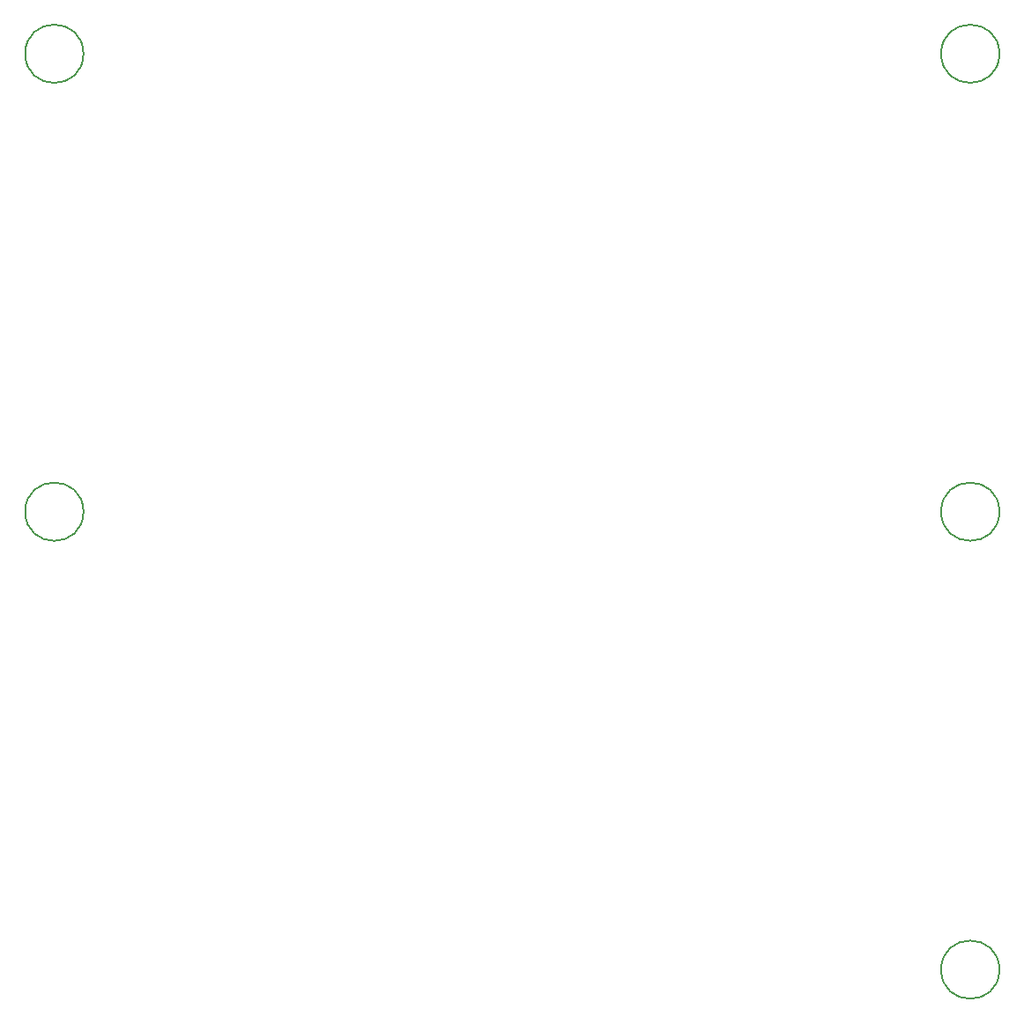
<source format=gbr>
%TF.GenerationSoftware,KiCad,Pcbnew,8.0.3*%
%TF.CreationDate,2024-07-08T19:31:20+01:00*%
%TF.ProjectId,PA_Power,50415f50-6f77-4657-922e-6b696361645f,rev?*%
%TF.SameCoordinates,Original*%
%TF.FileFunction,Other,Comment*%
%FSLAX46Y46*%
G04 Gerber Fmt 4.6, Leading zero omitted, Abs format (unit mm)*
G04 Created by KiCad (PCBNEW 8.0.3) date 2024-07-08 19:31:20*
%MOMM*%
%LPD*%
G01*
G04 APERTURE LIST*
%ADD10C,0.150000*%
G04 APERTURE END LIST*
D10*
%TO.C,H5*%
X121800000Y-70000000D02*
G75*
G02*
X116200000Y-70000000I-2800000J0D01*
G01*
X116200000Y-70000000D02*
G75*
G02*
X121800000Y-70000000I2800000J0D01*
G01*
%TO.C,H2*%
X33800000Y-70000000D02*
G75*
G02*
X28200000Y-70000000I-2800000J0D01*
G01*
X28200000Y-70000000D02*
G75*
G02*
X33800000Y-70000000I2800000J0D01*
G01*
%TO.C,H3*%
X121800000Y-26000000D02*
G75*
G02*
X116200000Y-26000000I-2800000J0D01*
G01*
X116200000Y-26000000D02*
G75*
G02*
X121800000Y-26000000I2800000J0D01*
G01*
%TO.C,H4*%
X33800000Y-26000000D02*
G75*
G02*
X28200000Y-26000000I-2800000J0D01*
G01*
X28200000Y-26000000D02*
G75*
G02*
X33800000Y-26000000I2800000J0D01*
G01*
%TO.C,H1*%
X121800000Y-114000000D02*
G75*
G02*
X116200000Y-114000000I-2800000J0D01*
G01*
X116200000Y-114000000D02*
G75*
G02*
X121800000Y-114000000I2800000J0D01*
G01*
%TD*%
M02*

</source>
